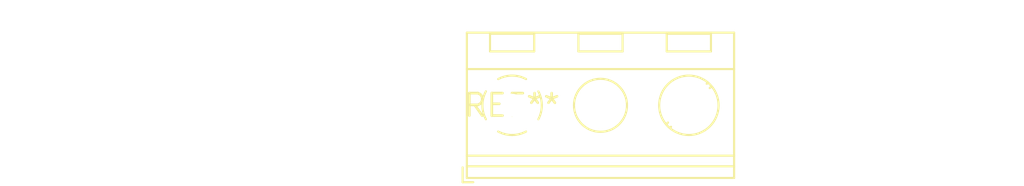
<source format=kicad_pcb>
(kicad_pcb (version 20240108) (generator pcbnew)
  (layers (0 "F.Cu" signal) (31 "B.Cu" signal) (34 "B.Paste" user) (35 "F.Paste" user) (36 "B.SilkS" user "B.Silkscreen") (37 "F.SilkS" user "F.Silkscreen") (38 "B.Mask" user) (39 "F.Mask" user) (44 "Edge.Cuts" user))
  (net 0 "")
  (footprint "TerminalBlock_RND_205-00298_1x02_P10.00mm_Horizontal" (layer "F.Cu") (at 0 0)
    (property "Reference" "REF**")
    (property "Value" "TerminalBlock_RND_205-00298_1x02_P10.00mm_Horizontal")
    (fp_line (start -2.8 3.51) (end -2.8 4.35) (layer "F.SilkS") (stroke (width 0.12)))
    (fp_line (start -2.8 4.35) (end -2.2 4.35) (layer "F.SilkS") (stroke (width 0.12)))
    (fp_line (start -2.56 -4.11) (end -2.56 4.11) (layer "F.SilkS") (stroke (width 0.12)))
    (fp_line (start -2.56 -4.11) (end 12.56 -4.11) (layer "F.SilkS") (stroke (width 0.12)))
    (fp_line (start -2.56 -2.05) (end 12.56 -2.05) (layer "F.SilkS") (stroke (width 0.12)))
    (fp_line (start -2.56 2.85) (end 12.56 2.85) (layer "F.SilkS") (stroke (width 0.12)))
    (fp_line (start -2.56 3.45) (end 12.56 3.45) (layer "F.SilkS") (stroke (width 0.12)))
    (fp_line (start -2.56 4.11) (end 12.56 4.11) (layer "F.SilkS") (stroke (width 0.12)))
    (fp_line (start -1.25 -4.05) (end -1.25 -3.05) (layer "F.SilkS") (stroke (width 0.12)))
    (fp_line (start -1.25 -4.05) (end 1.25 -4.05) (layer "F.SilkS") (stroke (width 0.12)))
    (fp_line (start -1.25 -3.05) (end 1.25 -3.05) (layer "F.SilkS") (stroke (width 0.12)))
    (fp_line (start 1.25 -4.05) (end 1.25 -3.05) (layer "F.SilkS") (stroke (width 0.12)))
    (fp_line (start 3.75 -4.05) (end 3.75 -3.05) (layer "F.SilkS") (stroke (width 0.12)))
    (fp_line (start 3.75 -4.05) (end 6.25 -4.05) (layer "F.SilkS") (stroke (width 0.12)))
    (fp_line (start 3.75 -3.05) (end 6.25 -3.05) (layer "F.SilkS") (stroke (width 0.12)))
    (fp_line (start 6.25 -4.05) (end 6.25 -3.05) (layer "F.SilkS") (stroke (width 0.12)))
    (fp_line (start 8.75 -4.05) (end 8.75 -3.05) (layer "F.SilkS") (stroke (width 0.12)))
    (fp_line (start 8.75 -4.05) (end 11.25 -4.05) (layer "F.SilkS") (stroke (width 0.12)))
    (fp_line (start 8.75 -3.05) (end 11.25 -3.05) (layer "F.SilkS") (stroke (width 0.12)))
    (fp_line (start 8.82 0.976) (end 8.726 1.069) (layer "F.SilkS") (stroke (width 0.12)))
    (fp_line (start 8.99 1.216) (end 8.931 1.274) (layer "F.SilkS") (stroke (width 0.12)))
    (fp_line (start 11.07 -1.275) (end 11.011 -1.216) (layer "F.SilkS") (stroke (width 0.12)))
    (fp_line (start 11.25 -4.05) (end 11.25 -3.05) (layer "F.SilkS") (stroke (width 0.12)))
    (fp_line (start 11.275 -1.069) (end 11.181 -0.976) (layer "F.SilkS") (stroke (width 0.12)))
    (fp_line (start 12.56 -4.11) (end 12.56 4.11) (layer "F.SilkS") (stroke (width 0.12)))
    (fp_arc (start -1.483953 0.789089) (mid -1.680708 5e-05) (end -1.484 -0.789) (layer "F.SilkS") (stroke (width 0.12)))
    (fp_arc (start -0.789089 -1.483953) (mid -5e-05 -1.680708) (end 0.789 -1.484) (layer "F.SilkS") (stroke (width 0.12)))
    (fp_arc (start 0.029383 1.68045) (mid -0.392304 1.634281) (end -0.789 1.484) (layer "F.SilkS") (stroke (width 0.12)))
    (fp_arc (start 0.788712 1.483352) (mid 0.406429 1.630097) (end 0 1.68) (layer "F.SilkS") (stroke (width 0.12)))
    (fp_arc (start 1.483953 -0.789089) (mid 1.680708 -5e-05) (end 1.484 0.789) (layer "F.SilkS") (stroke (width 0.12)))
    (fp_circle (center 5 0) (end 6.5 0) (layer "F.SilkS") (stroke (width 0.12)) (fill none))
    (fp_circle (center 10 0) (end 11.68 0) (layer "F.SilkS") (stroke (width 0.12)) (fill none))
    (pad "1" thru_hole rect (at 0 0) (size 2.5 2.5) (drill 1.3) (layers *.Cu *.Mask) (remove_unused_layers))
    (pad "2" thru_hole circle (at 10 0) (size 2.5 2.5) (drill 1.3) (layers *.Cu *.Mask) (remove_unused_layers))
  )
)
</source>
